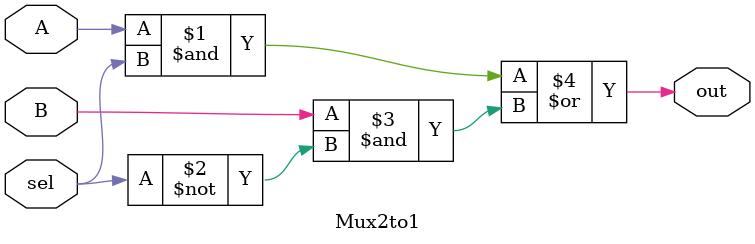
<source format=v>
module Mux2to1(A, B, sel, out);

input A, B, sel;

output out;

assign out = (A & sel) | (B & ~sel);

endmodule
</source>
